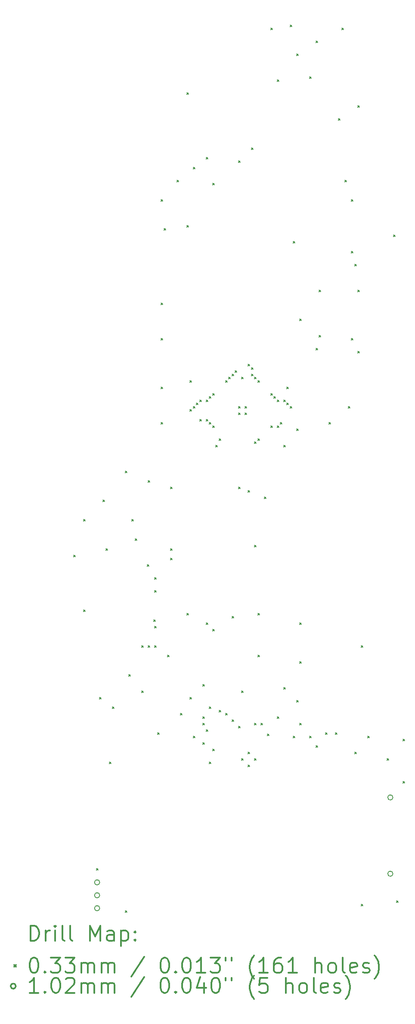
<source format=gbr>
%FSLAX45Y45*%
G04 Gerber Fmt 4.5, Leading zero omitted, Abs format (unit mm)*
G04 Created by KiCad (PCBNEW (5.1.5)-3) date 2020-02-10 18:47:00*
%MOMM*%
%LPD*%
G04 APERTURE LIST*
%ADD10C,0.200000*%
%ADD11C,0.300000*%
G04 APERTURE END LIST*
D10*
X9190990Y-12556490D02*
X9224010Y-12589510D01*
X9224010Y-12556490D02*
X9190990Y-12589510D01*
X9381490Y-11857990D02*
X9414510Y-11891010D01*
X9414510Y-11857990D02*
X9381490Y-11891010D01*
X9381490Y-13635990D02*
X9414510Y-13669010D01*
X9414510Y-13635990D02*
X9381490Y-13669010D01*
X9635490Y-18715990D02*
X9668510Y-18749010D01*
X9668510Y-18715990D02*
X9635490Y-18749010D01*
X9698990Y-15350490D02*
X9732010Y-15383510D01*
X9732010Y-15350490D02*
X9698990Y-15383510D01*
X9762490Y-11476990D02*
X9795510Y-11510010D01*
X9795510Y-11476990D02*
X9762490Y-11510010D01*
X9825990Y-12429490D02*
X9859010Y-12462510D01*
X9859010Y-12429490D02*
X9825990Y-12462510D01*
X9889490Y-16620490D02*
X9922510Y-16653510D01*
X9922510Y-16620490D02*
X9889490Y-16653510D01*
X9952990Y-15540990D02*
X9986010Y-15574010D01*
X9986010Y-15540990D02*
X9952990Y-15574010D01*
X10206990Y-10905490D02*
X10240010Y-10938510D01*
X10240010Y-10905490D02*
X10206990Y-10938510D01*
X10206990Y-19541490D02*
X10240010Y-19574510D01*
X10240010Y-19541490D02*
X10206990Y-19574510D01*
X10270490Y-14905990D02*
X10303510Y-14939010D01*
X10303510Y-14905990D02*
X10270490Y-14939010D01*
X10333990Y-11857990D02*
X10367010Y-11891010D01*
X10367010Y-11857990D02*
X10333990Y-11891010D01*
X10397490Y-12238990D02*
X10430510Y-12272010D01*
X10430510Y-12238990D02*
X10397490Y-12272010D01*
X10524490Y-14334490D02*
X10557510Y-14367510D01*
X10557510Y-14334490D02*
X10524490Y-14367510D01*
X10524490Y-15223490D02*
X10557510Y-15256510D01*
X10557510Y-15223490D02*
X10524490Y-15256510D01*
X10638790Y-12746990D02*
X10671810Y-12780010D01*
X10671810Y-12746990D02*
X10638790Y-12780010D01*
X10651490Y-11095990D02*
X10684510Y-11129010D01*
X10684510Y-11095990D02*
X10651490Y-11129010D01*
X10651490Y-14334490D02*
X10684510Y-14367510D01*
X10684510Y-14334490D02*
X10651490Y-14367510D01*
X10765790Y-13826490D02*
X10798810Y-13859510D01*
X10798810Y-13826490D02*
X10765790Y-13859510D01*
X10778490Y-13000990D02*
X10811510Y-13034010D01*
X10811510Y-13000990D02*
X10778490Y-13034010D01*
X10778490Y-13254990D02*
X10811510Y-13288010D01*
X10811510Y-13254990D02*
X10778490Y-13288010D01*
X10778490Y-13953490D02*
X10811510Y-13986510D01*
X10811510Y-13953490D02*
X10778490Y-13986510D01*
X10778490Y-14334490D02*
X10811510Y-14367510D01*
X10811510Y-14334490D02*
X10778490Y-14367510D01*
X10841990Y-16048990D02*
X10875010Y-16082010D01*
X10875010Y-16048990D02*
X10841990Y-16082010D01*
X10905490Y-5571490D02*
X10938510Y-5604510D01*
X10938510Y-5571490D02*
X10905490Y-5604510D01*
X10905490Y-7603490D02*
X10938510Y-7636510D01*
X10938510Y-7603490D02*
X10905490Y-7636510D01*
X10905490Y-8301990D02*
X10938510Y-8335010D01*
X10938510Y-8301990D02*
X10905490Y-8335010D01*
X10905490Y-9254490D02*
X10938510Y-9287510D01*
X10938510Y-9254490D02*
X10905490Y-9287510D01*
X10905490Y-9952990D02*
X10938510Y-9986010D01*
X10938510Y-9952990D02*
X10905490Y-9986010D01*
X10968990Y-6142990D02*
X11002010Y-6176010D01*
X11002010Y-6142990D02*
X10968990Y-6176010D01*
X11032490Y-14524990D02*
X11065510Y-14558010D01*
X11065510Y-14524990D02*
X11032490Y-14558010D01*
X11095990Y-11222990D02*
X11129010Y-11256010D01*
X11129010Y-11222990D02*
X11095990Y-11256010D01*
X11095990Y-12429490D02*
X11129010Y-12462510D01*
X11129010Y-12429490D02*
X11095990Y-12462510D01*
X11095990Y-12619990D02*
X11129010Y-12653010D01*
X11129010Y-12619990D02*
X11095990Y-12653010D01*
X11222990Y-5190490D02*
X11256010Y-5223510D01*
X11256010Y-5190490D02*
X11222990Y-5223510D01*
X11286490Y-15667990D02*
X11319510Y-15701010D01*
X11319510Y-15667990D02*
X11286490Y-15701010D01*
X11413490Y-3475990D02*
X11446510Y-3509010D01*
X11446510Y-3475990D02*
X11413490Y-3509010D01*
X11413490Y-6079490D02*
X11446510Y-6112510D01*
X11446510Y-6079490D02*
X11413490Y-6112510D01*
X11413490Y-13699490D02*
X11446510Y-13732510D01*
X11446510Y-13699490D02*
X11413490Y-13732510D01*
X11476990Y-9127490D02*
X11510010Y-9160510D01*
X11510010Y-9127490D02*
X11476990Y-9160510D01*
X11476990Y-9698990D02*
X11510010Y-9732010D01*
X11510010Y-9698990D02*
X11476990Y-9732010D01*
X11476990Y-15350490D02*
X11510010Y-15383510D01*
X11510010Y-15350490D02*
X11476990Y-15383510D01*
X11540490Y-4936490D02*
X11573510Y-4969510D01*
X11573510Y-4936490D02*
X11540490Y-4969510D01*
X11540490Y-9635490D02*
X11573510Y-9668510D01*
X11573510Y-9635490D02*
X11540490Y-9668510D01*
X11540490Y-16112490D02*
X11573510Y-16145510D01*
X11573510Y-16112490D02*
X11540490Y-16145510D01*
X11603990Y-9571990D02*
X11637010Y-9605010D01*
X11637010Y-9571990D02*
X11603990Y-9605010D01*
X11667490Y-9508490D02*
X11700510Y-9541510D01*
X11700510Y-9508490D02*
X11667490Y-9541510D01*
X11667490Y-9889490D02*
X11700510Y-9922510D01*
X11700510Y-9889490D02*
X11667490Y-9922510D01*
X11730990Y-15096490D02*
X11764010Y-15129510D01*
X11764010Y-15096490D02*
X11730990Y-15129510D01*
X11730990Y-15731490D02*
X11764010Y-15764510D01*
X11764010Y-15731490D02*
X11730990Y-15764510D01*
X11730990Y-15858490D02*
X11764010Y-15891510D01*
X11764010Y-15858490D02*
X11730990Y-15891510D01*
X11730990Y-16239490D02*
X11764010Y-16272510D01*
X11764010Y-16239490D02*
X11730990Y-16272510D01*
X11794490Y-4745990D02*
X11827510Y-4779010D01*
X11827510Y-4745990D02*
X11794490Y-4779010D01*
X11794490Y-9508490D02*
X11827510Y-9541510D01*
X11827510Y-9508490D02*
X11794490Y-9541510D01*
X11794490Y-9889490D02*
X11827510Y-9922510D01*
X11827510Y-9889490D02*
X11794490Y-9922510D01*
X11794490Y-13889990D02*
X11827510Y-13923010D01*
X11827510Y-13889990D02*
X11794490Y-13923010D01*
X11794490Y-15985490D02*
X11827510Y-16018510D01*
X11827510Y-15985490D02*
X11794490Y-16018510D01*
X11857990Y-9444990D02*
X11891010Y-9478010D01*
X11891010Y-9444990D02*
X11857990Y-9478010D01*
X11857990Y-9952990D02*
X11891010Y-9986010D01*
X11891010Y-9952990D02*
X11857990Y-9986010D01*
X11857990Y-15540990D02*
X11891010Y-15574010D01*
X11891010Y-15540990D02*
X11857990Y-15574010D01*
X11857990Y-16620490D02*
X11891010Y-16653510D01*
X11891010Y-16620490D02*
X11857990Y-16653510D01*
X11921490Y-5253990D02*
X11954510Y-5287010D01*
X11954510Y-5253990D02*
X11921490Y-5287010D01*
X11921490Y-9381490D02*
X11954510Y-9414510D01*
X11954510Y-9381490D02*
X11921490Y-9414510D01*
X11921490Y-10016490D02*
X11954510Y-10049510D01*
X11954510Y-10016490D02*
X11921490Y-10049510D01*
X11921490Y-14016990D02*
X11954510Y-14050010D01*
X11954510Y-14016990D02*
X11921490Y-14050010D01*
X11921490Y-16366490D02*
X11954510Y-16399510D01*
X11954510Y-16366490D02*
X11921490Y-16399510D01*
X11984990Y-10397490D02*
X12018010Y-10430510D01*
X12018010Y-10397490D02*
X11984990Y-10430510D01*
X12048490Y-10270490D02*
X12081510Y-10303510D01*
X12081510Y-10270490D02*
X12048490Y-10303510D01*
X12048490Y-15604490D02*
X12081510Y-15637510D01*
X12081510Y-15604490D02*
X12048490Y-15637510D01*
X12175490Y-9127490D02*
X12208510Y-9160510D01*
X12208510Y-9127490D02*
X12175490Y-9160510D01*
X12175490Y-15667990D02*
X12208510Y-15701010D01*
X12208510Y-15667990D02*
X12175490Y-15701010D01*
X12238990Y-9063990D02*
X12272010Y-9097010D01*
X12272010Y-9063990D02*
X12238990Y-9097010D01*
X12302490Y-9000490D02*
X12335510Y-9033510D01*
X12335510Y-9000490D02*
X12302490Y-9033510D01*
X12302490Y-13762990D02*
X12335510Y-13796010D01*
X12335510Y-13762990D02*
X12302490Y-13796010D01*
X12302490Y-15794990D02*
X12335510Y-15828010D01*
X12335510Y-15794990D02*
X12302490Y-15828010D01*
X12365990Y-8936990D02*
X12399010Y-8970010D01*
X12399010Y-8936990D02*
X12365990Y-8970010D01*
X12429490Y-4809490D02*
X12462510Y-4842510D01*
X12462510Y-4809490D02*
X12429490Y-4842510D01*
X12429490Y-9635490D02*
X12462510Y-9668510D01*
X12462510Y-9635490D02*
X12429490Y-9668510D01*
X12429490Y-9762490D02*
X12462510Y-9795510D01*
X12462510Y-9762490D02*
X12429490Y-9795510D01*
X12429490Y-11222990D02*
X12462510Y-11256010D01*
X12462510Y-11222990D02*
X12429490Y-11256010D01*
X12429490Y-15921990D02*
X12462510Y-15955010D01*
X12462510Y-15921990D02*
X12429490Y-15955010D01*
X12492990Y-9063990D02*
X12526010Y-9097010D01*
X12526010Y-9063990D02*
X12492990Y-9097010D01*
X12492990Y-15223490D02*
X12526010Y-15256510D01*
X12526010Y-15223490D02*
X12492990Y-15256510D01*
X12492990Y-16556990D02*
X12526010Y-16590010D01*
X12526010Y-16556990D02*
X12492990Y-16590010D01*
X12556490Y-9635490D02*
X12589510Y-9668510D01*
X12589510Y-9635490D02*
X12556490Y-9668510D01*
X12556490Y-9762490D02*
X12589510Y-9795510D01*
X12589510Y-9762490D02*
X12556490Y-9795510D01*
X12619990Y-8809990D02*
X12653010Y-8843010D01*
X12653010Y-8809990D02*
X12619990Y-8843010D01*
X12619990Y-11286490D02*
X12653010Y-11319510D01*
X12653010Y-11286490D02*
X12619990Y-11319510D01*
X12619990Y-16429990D02*
X12653010Y-16463010D01*
X12653010Y-16429990D02*
X12619990Y-16463010D01*
X12619990Y-16683990D02*
X12653010Y-16717010D01*
X12653010Y-16683990D02*
X12619990Y-16717010D01*
X12683490Y-4555490D02*
X12716510Y-4588510D01*
X12716510Y-4555490D02*
X12683490Y-4588510D01*
X12683490Y-8873490D02*
X12716510Y-8906510D01*
X12716510Y-8873490D02*
X12683490Y-8906510D01*
X12683490Y-9000490D02*
X12716510Y-9033510D01*
X12716510Y-9000490D02*
X12683490Y-9033510D01*
X12746990Y-9063990D02*
X12780010Y-9097010D01*
X12780010Y-9063990D02*
X12746990Y-9097010D01*
X12746990Y-10333990D02*
X12780010Y-10367010D01*
X12780010Y-10333990D02*
X12746990Y-10367010D01*
X12746990Y-12365990D02*
X12780010Y-12399010D01*
X12780010Y-12365990D02*
X12746990Y-12399010D01*
X12746990Y-15858490D02*
X12780010Y-15891510D01*
X12780010Y-15858490D02*
X12746990Y-15891510D01*
X12746990Y-16556990D02*
X12780010Y-16590010D01*
X12780010Y-16556990D02*
X12746990Y-16590010D01*
X12810490Y-9127490D02*
X12843510Y-9160510D01*
X12843510Y-9127490D02*
X12810490Y-9160510D01*
X12810490Y-10270490D02*
X12843510Y-10303510D01*
X12843510Y-10270490D02*
X12810490Y-10303510D01*
X12810490Y-13699490D02*
X12843510Y-13732510D01*
X12843510Y-13699490D02*
X12810490Y-13732510D01*
X12810490Y-14524990D02*
X12843510Y-14558010D01*
X12843510Y-14524990D02*
X12810490Y-14558010D01*
X12873990Y-15858490D02*
X12907010Y-15891510D01*
X12907010Y-15858490D02*
X12873990Y-15891510D01*
X12937490Y-11413490D02*
X12970510Y-11446510D01*
X12970510Y-11413490D02*
X12937490Y-11446510D01*
X13000990Y-16069924D02*
X13034010Y-16102944D01*
X13034010Y-16069924D02*
X13000990Y-16102944D01*
X13064490Y-2205990D02*
X13097510Y-2239010D01*
X13097510Y-2205990D02*
X13064490Y-2239010D01*
X13064490Y-9381490D02*
X13097510Y-9414510D01*
X13097510Y-9381490D02*
X13064490Y-9414510D01*
X13064490Y-10016490D02*
X13097510Y-10049510D01*
X13097510Y-10016490D02*
X13064490Y-10049510D01*
X13127990Y-9444990D02*
X13161010Y-9478010D01*
X13161010Y-9444990D02*
X13127990Y-9478010D01*
X13191490Y-3221990D02*
X13224510Y-3255010D01*
X13224510Y-3221990D02*
X13191490Y-3255010D01*
X13191490Y-9508490D02*
X13224510Y-9541510D01*
X13224510Y-9508490D02*
X13191490Y-9541510D01*
X13191490Y-10016490D02*
X13224510Y-10049510D01*
X13224510Y-10016490D02*
X13191490Y-10049510D01*
X13191490Y-15731490D02*
X13224510Y-15764510D01*
X13224510Y-15731490D02*
X13191490Y-15764510D01*
X13254990Y-9952990D02*
X13288010Y-9986010D01*
X13288010Y-9952990D02*
X13254990Y-9986010D01*
X13318490Y-9508490D02*
X13351510Y-9541510D01*
X13351510Y-9508490D02*
X13318490Y-9541510D01*
X13318490Y-10397490D02*
X13351510Y-10430510D01*
X13351510Y-10397490D02*
X13318490Y-10430510D01*
X13318490Y-15159990D02*
X13351510Y-15193010D01*
X13351510Y-15159990D02*
X13318490Y-15193010D01*
X13381990Y-9254490D02*
X13415010Y-9287510D01*
X13415010Y-9254490D02*
X13381990Y-9287510D01*
X13381990Y-9571990D02*
X13415010Y-9605010D01*
X13415010Y-9571990D02*
X13381990Y-9605010D01*
X13445490Y-2142490D02*
X13478510Y-2175510D01*
X13478510Y-2142490D02*
X13445490Y-2175510D01*
X13445490Y-9635490D02*
X13478510Y-9668510D01*
X13478510Y-9635490D02*
X13445490Y-9668510D01*
X13508990Y-6396990D02*
X13542010Y-6430010D01*
X13542010Y-6396990D02*
X13508990Y-6430010D01*
X13508990Y-16112490D02*
X13542010Y-16145510D01*
X13542010Y-16112490D02*
X13508990Y-16145510D01*
X13572490Y-2713990D02*
X13605510Y-2747010D01*
X13605510Y-2713990D02*
X13572490Y-2747010D01*
X13572490Y-10079990D02*
X13605510Y-10113010D01*
X13605510Y-10079990D02*
X13572490Y-10113010D01*
X13572490Y-15413990D02*
X13605510Y-15447010D01*
X13605510Y-15413990D02*
X13572490Y-15447010D01*
X13635990Y-7920990D02*
X13669010Y-7954010D01*
X13669010Y-7920990D02*
X13635990Y-7954010D01*
X13635990Y-13889990D02*
X13669010Y-13923010D01*
X13669010Y-13889990D02*
X13635990Y-13923010D01*
X13635990Y-14651990D02*
X13669010Y-14685010D01*
X13669010Y-14651990D02*
X13635990Y-14685010D01*
X13635990Y-15858490D02*
X13669010Y-15891510D01*
X13669010Y-15858490D02*
X13635990Y-15891510D01*
X13826490Y-3158490D02*
X13859510Y-3191510D01*
X13859510Y-3158490D02*
X13826490Y-3191510D01*
X13826490Y-16112490D02*
X13859510Y-16145510D01*
X13859510Y-16112490D02*
X13826490Y-16145510D01*
X13953490Y-2459990D02*
X13986510Y-2493010D01*
X13986510Y-2459990D02*
X13953490Y-2493010D01*
X13953490Y-8492490D02*
X13986510Y-8525510D01*
X13986510Y-8492490D02*
X13953490Y-8525510D01*
X13953490Y-16302990D02*
X13986510Y-16336010D01*
X13986510Y-16302990D02*
X13953490Y-16336010D01*
X14016990Y-7349490D02*
X14050010Y-7382510D01*
X14050010Y-7349490D02*
X14016990Y-7382510D01*
X14016990Y-8238490D02*
X14050010Y-8271510D01*
X14050010Y-8238490D02*
X14016990Y-8271510D01*
X14143990Y-16048990D02*
X14177010Y-16082010D01*
X14177010Y-16048990D02*
X14143990Y-16082010D01*
X14207490Y-9952990D02*
X14240510Y-9986010D01*
X14240510Y-9952990D02*
X14207490Y-9986010D01*
X14334490Y-16048990D02*
X14367510Y-16082010D01*
X14367510Y-16048990D02*
X14334490Y-16082010D01*
X14397990Y-3983990D02*
X14431010Y-4017010D01*
X14431010Y-3983990D02*
X14397990Y-4017010D01*
X14461490Y-2205990D02*
X14494510Y-2239010D01*
X14494510Y-2205990D02*
X14461490Y-2239010D01*
X14524990Y-5190490D02*
X14558010Y-5223510D01*
X14558010Y-5190490D02*
X14524990Y-5223510D01*
X14588490Y-9635490D02*
X14621510Y-9668510D01*
X14621510Y-9635490D02*
X14588490Y-9668510D01*
X14651990Y-5571490D02*
X14685010Y-5604510D01*
X14685010Y-5571490D02*
X14651990Y-5604510D01*
X14651990Y-6587490D02*
X14685010Y-6620510D01*
X14685010Y-6587490D02*
X14651990Y-6620510D01*
X14651990Y-8301990D02*
X14685010Y-8335010D01*
X14685010Y-8301990D02*
X14651990Y-8335010D01*
X14715490Y-6841490D02*
X14748510Y-6874510D01*
X14748510Y-6841490D02*
X14715490Y-6874510D01*
X14715490Y-16429990D02*
X14748510Y-16463010D01*
X14748510Y-16429990D02*
X14715490Y-16463010D01*
X14778990Y-3729990D02*
X14812010Y-3763010D01*
X14812010Y-3729990D02*
X14778990Y-3763010D01*
X14778990Y-7349490D02*
X14812010Y-7382510D01*
X14812010Y-7349490D02*
X14778990Y-7382510D01*
X14778990Y-8555990D02*
X14812010Y-8589010D01*
X14812010Y-8555990D02*
X14778990Y-8589010D01*
X14842490Y-14334490D02*
X14875510Y-14367510D01*
X14875510Y-14334490D02*
X14842490Y-14367510D01*
X14842490Y-19414490D02*
X14875510Y-19447510D01*
X14875510Y-19414490D02*
X14842490Y-19447510D01*
X14969490Y-16112490D02*
X15002510Y-16145510D01*
X15002510Y-16112490D02*
X14969490Y-16145510D01*
X15350490Y-16556990D02*
X15383510Y-16590010D01*
X15383510Y-16556990D02*
X15350490Y-16590010D01*
X15477490Y-6269990D02*
X15510510Y-6303010D01*
X15510510Y-6269990D02*
X15477490Y-6303010D01*
X15540990Y-19350990D02*
X15574010Y-19384010D01*
X15574010Y-19350990D02*
X15540990Y-19384010D01*
X15667990Y-16175990D02*
X15701010Y-16209010D01*
X15701010Y-16175990D02*
X15667990Y-16209010D01*
X15667990Y-17001490D02*
X15701010Y-17034510D01*
X15701010Y-17001490D02*
X15667990Y-17034510D01*
X9702800Y-18986500D02*
G75*
G03X9702800Y-18986500I-50800J0D01*
G01*
X9702800Y-19240500D02*
G75*
G03X9702800Y-19240500I-50800J0D01*
G01*
X9702800Y-19494500D02*
G75*
G03X9702800Y-19494500I-50800J0D01*
G01*
X15468600Y-17317720D02*
G75*
G03X15468600Y-17317720I-50800J0D01*
G01*
X15468600Y-18816320D02*
G75*
G03X15468600Y-18816320I-50800J0D01*
G01*
D11*
X8339256Y-20134714D02*
X8339256Y-19834714D01*
X8410685Y-19834714D01*
X8453542Y-19849000D01*
X8482113Y-19877572D01*
X8496399Y-19906143D01*
X8510685Y-19963286D01*
X8510685Y-20006143D01*
X8496399Y-20063286D01*
X8482113Y-20091857D01*
X8453542Y-20120429D01*
X8410685Y-20134714D01*
X8339256Y-20134714D01*
X8639256Y-20134714D02*
X8639256Y-19934714D01*
X8639256Y-19991857D02*
X8653542Y-19963286D01*
X8667828Y-19949000D01*
X8696399Y-19934714D01*
X8724970Y-19934714D01*
X8824970Y-20134714D02*
X8824970Y-19934714D01*
X8824970Y-19834714D02*
X8810685Y-19849000D01*
X8824970Y-19863286D01*
X8839256Y-19849000D01*
X8824970Y-19834714D01*
X8824970Y-19863286D01*
X9010685Y-20134714D02*
X8982113Y-20120429D01*
X8967828Y-20091857D01*
X8967828Y-19834714D01*
X9167828Y-20134714D02*
X9139256Y-20120429D01*
X9124970Y-20091857D01*
X9124970Y-19834714D01*
X9510685Y-20134714D02*
X9510685Y-19834714D01*
X9610685Y-20049000D01*
X9710685Y-19834714D01*
X9710685Y-20134714D01*
X9982113Y-20134714D02*
X9982113Y-19977572D01*
X9967828Y-19949000D01*
X9939256Y-19934714D01*
X9882113Y-19934714D01*
X9853542Y-19949000D01*
X9982113Y-20120429D02*
X9953542Y-20134714D01*
X9882113Y-20134714D01*
X9853542Y-20120429D01*
X9839256Y-20091857D01*
X9839256Y-20063286D01*
X9853542Y-20034714D01*
X9882113Y-20020429D01*
X9953542Y-20020429D01*
X9982113Y-20006143D01*
X10124970Y-19934714D02*
X10124970Y-20234714D01*
X10124970Y-19949000D02*
X10153542Y-19934714D01*
X10210685Y-19934714D01*
X10239256Y-19949000D01*
X10253542Y-19963286D01*
X10267828Y-19991857D01*
X10267828Y-20077572D01*
X10253542Y-20106143D01*
X10239256Y-20120429D01*
X10210685Y-20134714D01*
X10153542Y-20134714D01*
X10124970Y-20120429D01*
X10396399Y-20106143D02*
X10410685Y-20120429D01*
X10396399Y-20134714D01*
X10382113Y-20120429D01*
X10396399Y-20106143D01*
X10396399Y-20134714D01*
X10396399Y-19949000D02*
X10410685Y-19963286D01*
X10396399Y-19977572D01*
X10382113Y-19963286D01*
X10396399Y-19949000D01*
X10396399Y-19977572D01*
X8019808Y-20612490D02*
X8052828Y-20645510D01*
X8052828Y-20612490D02*
X8019808Y-20645510D01*
X8396399Y-20464714D02*
X8424970Y-20464714D01*
X8453542Y-20479000D01*
X8467828Y-20493286D01*
X8482113Y-20521857D01*
X8496399Y-20579000D01*
X8496399Y-20650429D01*
X8482113Y-20707572D01*
X8467828Y-20736143D01*
X8453542Y-20750429D01*
X8424970Y-20764714D01*
X8396399Y-20764714D01*
X8367828Y-20750429D01*
X8353542Y-20736143D01*
X8339256Y-20707572D01*
X8324970Y-20650429D01*
X8324970Y-20579000D01*
X8339256Y-20521857D01*
X8353542Y-20493286D01*
X8367828Y-20479000D01*
X8396399Y-20464714D01*
X8624970Y-20736143D02*
X8639256Y-20750429D01*
X8624970Y-20764714D01*
X8610685Y-20750429D01*
X8624970Y-20736143D01*
X8624970Y-20764714D01*
X8739256Y-20464714D02*
X8924970Y-20464714D01*
X8824970Y-20579000D01*
X8867828Y-20579000D01*
X8896399Y-20593286D01*
X8910685Y-20607572D01*
X8924970Y-20636143D01*
X8924970Y-20707572D01*
X8910685Y-20736143D01*
X8896399Y-20750429D01*
X8867828Y-20764714D01*
X8782113Y-20764714D01*
X8753542Y-20750429D01*
X8739256Y-20736143D01*
X9024970Y-20464714D02*
X9210685Y-20464714D01*
X9110685Y-20579000D01*
X9153542Y-20579000D01*
X9182113Y-20593286D01*
X9196399Y-20607572D01*
X9210685Y-20636143D01*
X9210685Y-20707572D01*
X9196399Y-20736143D01*
X9182113Y-20750429D01*
X9153542Y-20764714D01*
X9067828Y-20764714D01*
X9039256Y-20750429D01*
X9024970Y-20736143D01*
X9339256Y-20764714D02*
X9339256Y-20564714D01*
X9339256Y-20593286D02*
X9353542Y-20579000D01*
X9382113Y-20564714D01*
X9424970Y-20564714D01*
X9453542Y-20579000D01*
X9467828Y-20607572D01*
X9467828Y-20764714D01*
X9467828Y-20607572D02*
X9482113Y-20579000D01*
X9510685Y-20564714D01*
X9553542Y-20564714D01*
X9582113Y-20579000D01*
X9596399Y-20607572D01*
X9596399Y-20764714D01*
X9739256Y-20764714D02*
X9739256Y-20564714D01*
X9739256Y-20593286D02*
X9753542Y-20579000D01*
X9782113Y-20564714D01*
X9824970Y-20564714D01*
X9853542Y-20579000D01*
X9867828Y-20607572D01*
X9867828Y-20764714D01*
X9867828Y-20607572D02*
X9882113Y-20579000D01*
X9910685Y-20564714D01*
X9953542Y-20564714D01*
X9982113Y-20579000D01*
X9996399Y-20607572D01*
X9996399Y-20764714D01*
X10582113Y-20450429D02*
X10324970Y-20836143D01*
X10967828Y-20464714D02*
X10996399Y-20464714D01*
X11024970Y-20479000D01*
X11039256Y-20493286D01*
X11053542Y-20521857D01*
X11067828Y-20579000D01*
X11067828Y-20650429D01*
X11053542Y-20707572D01*
X11039256Y-20736143D01*
X11024970Y-20750429D01*
X10996399Y-20764714D01*
X10967828Y-20764714D01*
X10939256Y-20750429D01*
X10924970Y-20736143D01*
X10910685Y-20707572D01*
X10896399Y-20650429D01*
X10896399Y-20579000D01*
X10910685Y-20521857D01*
X10924970Y-20493286D01*
X10939256Y-20479000D01*
X10967828Y-20464714D01*
X11196399Y-20736143D02*
X11210685Y-20750429D01*
X11196399Y-20764714D01*
X11182113Y-20750429D01*
X11196399Y-20736143D01*
X11196399Y-20764714D01*
X11396399Y-20464714D02*
X11424970Y-20464714D01*
X11453542Y-20479000D01*
X11467828Y-20493286D01*
X11482113Y-20521857D01*
X11496399Y-20579000D01*
X11496399Y-20650429D01*
X11482113Y-20707572D01*
X11467828Y-20736143D01*
X11453542Y-20750429D01*
X11424970Y-20764714D01*
X11396399Y-20764714D01*
X11367828Y-20750429D01*
X11353542Y-20736143D01*
X11339256Y-20707572D01*
X11324970Y-20650429D01*
X11324970Y-20579000D01*
X11339256Y-20521857D01*
X11353542Y-20493286D01*
X11367828Y-20479000D01*
X11396399Y-20464714D01*
X11782113Y-20764714D02*
X11610685Y-20764714D01*
X11696399Y-20764714D02*
X11696399Y-20464714D01*
X11667828Y-20507572D01*
X11639256Y-20536143D01*
X11610685Y-20550429D01*
X11882113Y-20464714D02*
X12067828Y-20464714D01*
X11967828Y-20579000D01*
X12010685Y-20579000D01*
X12039256Y-20593286D01*
X12053542Y-20607572D01*
X12067828Y-20636143D01*
X12067828Y-20707572D01*
X12053542Y-20736143D01*
X12039256Y-20750429D01*
X12010685Y-20764714D01*
X11924970Y-20764714D01*
X11896399Y-20750429D01*
X11882113Y-20736143D01*
X12182113Y-20464714D02*
X12182113Y-20521857D01*
X12296399Y-20464714D02*
X12296399Y-20521857D01*
X12739256Y-20879000D02*
X12724970Y-20864714D01*
X12696399Y-20821857D01*
X12682113Y-20793286D01*
X12667828Y-20750429D01*
X12653542Y-20679000D01*
X12653542Y-20621857D01*
X12667828Y-20550429D01*
X12682113Y-20507572D01*
X12696399Y-20479000D01*
X12724970Y-20436143D01*
X12739256Y-20421857D01*
X13010685Y-20764714D02*
X12839256Y-20764714D01*
X12924970Y-20764714D02*
X12924970Y-20464714D01*
X12896399Y-20507572D01*
X12867828Y-20536143D01*
X12839256Y-20550429D01*
X13267828Y-20464714D02*
X13210685Y-20464714D01*
X13182113Y-20479000D01*
X13167828Y-20493286D01*
X13139256Y-20536143D01*
X13124970Y-20593286D01*
X13124970Y-20707572D01*
X13139256Y-20736143D01*
X13153542Y-20750429D01*
X13182113Y-20764714D01*
X13239256Y-20764714D01*
X13267828Y-20750429D01*
X13282113Y-20736143D01*
X13296399Y-20707572D01*
X13296399Y-20636143D01*
X13282113Y-20607572D01*
X13267828Y-20593286D01*
X13239256Y-20579000D01*
X13182113Y-20579000D01*
X13153542Y-20593286D01*
X13139256Y-20607572D01*
X13124970Y-20636143D01*
X13582113Y-20764714D02*
X13410685Y-20764714D01*
X13496399Y-20764714D02*
X13496399Y-20464714D01*
X13467828Y-20507572D01*
X13439256Y-20536143D01*
X13410685Y-20550429D01*
X13939256Y-20764714D02*
X13939256Y-20464714D01*
X14067828Y-20764714D02*
X14067828Y-20607572D01*
X14053542Y-20579000D01*
X14024970Y-20564714D01*
X13982113Y-20564714D01*
X13953542Y-20579000D01*
X13939256Y-20593286D01*
X14253542Y-20764714D02*
X14224970Y-20750429D01*
X14210685Y-20736143D01*
X14196399Y-20707572D01*
X14196399Y-20621857D01*
X14210685Y-20593286D01*
X14224970Y-20579000D01*
X14253542Y-20564714D01*
X14296399Y-20564714D01*
X14324970Y-20579000D01*
X14339256Y-20593286D01*
X14353542Y-20621857D01*
X14353542Y-20707572D01*
X14339256Y-20736143D01*
X14324970Y-20750429D01*
X14296399Y-20764714D01*
X14253542Y-20764714D01*
X14524970Y-20764714D02*
X14496399Y-20750429D01*
X14482113Y-20721857D01*
X14482113Y-20464714D01*
X14753542Y-20750429D02*
X14724970Y-20764714D01*
X14667828Y-20764714D01*
X14639256Y-20750429D01*
X14624970Y-20721857D01*
X14624970Y-20607572D01*
X14639256Y-20579000D01*
X14667828Y-20564714D01*
X14724970Y-20564714D01*
X14753542Y-20579000D01*
X14767828Y-20607572D01*
X14767828Y-20636143D01*
X14624970Y-20664714D01*
X14882113Y-20750429D02*
X14910685Y-20764714D01*
X14967828Y-20764714D01*
X14996399Y-20750429D01*
X15010685Y-20721857D01*
X15010685Y-20707572D01*
X14996399Y-20679000D01*
X14967828Y-20664714D01*
X14924970Y-20664714D01*
X14896399Y-20650429D01*
X14882113Y-20621857D01*
X14882113Y-20607572D01*
X14896399Y-20579000D01*
X14924970Y-20564714D01*
X14967828Y-20564714D01*
X14996399Y-20579000D01*
X15110685Y-20879000D02*
X15124970Y-20864714D01*
X15153542Y-20821857D01*
X15167828Y-20793286D01*
X15182113Y-20750429D01*
X15196399Y-20679000D01*
X15196399Y-20621857D01*
X15182113Y-20550429D01*
X15167828Y-20507572D01*
X15153542Y-20479000D01*
X15124970Y-20436143D01*
X15110685Y-20421857D01*
X8052828Y-21025000D02*
G75*
G03X8052828Y-21025000I-50800J0D01*
G01*
X8496399Y-21160714D02*
X8324970Y-21160714D01*
X8410685Y-21160714D02*
X8410685Y-20860714D01*
X8382113Y-20903572D01*
X8353542Y-20932143D01*
X8324970Y-20946429D01*
X8624970Y-21132143D02*
X8639256Y-21146429D01*
X8624970Y-21160714D01*
X8610685Y-21146429D01*
X8624970Y-21132143D01*
X8624970Y-21160714D01*
X8824970Y-20860714D02*
X8853542Y-20860714D01*
X8882113Y-20875000D01*
X8896399Y-20889286D01*
X8910685Y-20917857D01*
X8924970Y-20975000D01*
X8924970Y-21046429D01*
X8910685Y-21103572D01*
X8896399Y-21132143D01*
X8882113Y-21146429D01*
X8853542Y-21160714D01*
X8824970Y-21160714D01*
X8796399Y-21146429D01*
X8782113Y-21132143D01*
X8767828Y-21103572D01*
X8753542Y-21046429D01*
X8753542Y-20975000D01*
X8767828Y-20917857D01*
X8782113Y-20889286D01*
X8796399Y-20875000D01*
X8824970Y-20860714D01*
X9039256Y-20889286D02*
X9053542Y-20875000D01*
X9082113Y-20860714D01*
X9153542Y-20860714D01*
X9182113Y-20875000D01*
X9196399Y-20889286D01*
X9210685Y-20917857D01*
X9210685Y-20946429D01*
X9196399Y-20989286D01*
X9024970Y-21160714D01*
X9210685Y-21160714D01*
X9339256Y-21160714D02*
X9339256Y-20960714D01*
X9339256Y-20989286D02*
X9353542Y-20975000D01*
X9382113Y-20960714D01*
X9424970Y-20960714D01*
X9453542Y-20975000D01*
X9467828Y-21003572D01*
X9467828Y-21160714D01*
X9467828Y-21003572D02*
X9482113Y-20975000D01*
X9510685Y-20960714D01*
X9553542Y-20960714D01*
X9582113Y-20975000D01*
X9596399Y-21003572D01*
X9596399Y-21160714D01*
X9739256Y-21160714D02*
X9739256Y-20960714D01*
X9739256Y-20989286D02*
X9753542Y-20975000D01*
X9782113Y-20960714D01*
X9824970Y-20960714D01*
X9853542Y-20975000D01*
X9867828Y-21003572D01*
X9867828Y-21160714D01*
X9867828Y-21003572D02*
X9882113Y-20975000D01*
X9910685Y-20960714D01*
X9953542Y-20960714D01*
X9982113Y-20975000D01*
X9996399Y-21003572D01*
X9996399Y-21160714D01*
X10582113Y-20846429D02*
X10324970Y-21232143D01*
X10967828Y-20860714D02*
X10996399Y-20860714D01*
X11024970Y-20875000D01*
X11039256Y-20889286D01*
X11053542Y-20917857D01*
X11067828Y-20975000D01*
X11067828Y-21046429D01*
X11053542Y-21103572D01*
X11039256Y-21132143D01*
X11024970Y-21146429D01*
X10996399Y-21160714D01*
X10967828Y-21160714D01*
X10939256Y-21146429D01*
X10924970Y-21132143D01*
X10910685Y-21103572D01*
X10896399Y-21046429D01*
X10896399Y-20975000D01*
X10910685Y-20917857D01*
X10924970Y-20889286D01*
X10939256Y-20875000D01*
X10967828Y-20860714D01*
X11196399Y-21132143D02*
X11210685Y-21146429D01*
X11196399Y-21160714D01*
X11182113Y-21146429D01*
X11196399Y-21132143D01*
X11196399Y-21160714D01*
X11396399Y-20860714D02*
X11424970Y-20860714D01*
X11453542Y-20875000D01*
X11467828Y-20889286D01*
X11482113Y-20917857D01*
X11496399Y-20975000D01*
X11496399Y-21046429D01*
X11482113Y-21103572D01*
X11467828Y-21132143D01*
X11453542Y-21146429D01*
X11424970Y-21160714D01*
X11396399Y-21160714D01*
X11367828Y-21146429D01*
X11353542Y-21132143D01*
X11339256Y-21103572D01*
X11324970Y-21046429D01*
X11324970Y-20975000D01*
X11339256Y-20917857D01*
X11353542Y-20889286D01*
X11367828Y-20875000D01*
X11396399Y-20860714D01*
X11753542Y-20960714D02*
X11753542Y-21160714D01*
X11682113Y-20846429D02*
X11610685Y-21060714D01*
X11796399Y-21060714D01*
X11967828Y-20860714D02*
X11996399Y-20860714D01*
X12024970Y-20875000D01*
X12039256Y-20889286D01*
X12053542Y-20917857D01*
X12067828Y-20975000D01*
X12067828Y-21046429D01*
X12053542Y-21103572D01*
X12039256Y-21132143D01*
X12024970Y-21146429D01*
X11996399Y-21160714D01*
X11967828Y-21160714D01*
X11939256Y-21146429D01*
X11924970Y-21132143D01*
X11910685Y-21103572D01*
X11896399Y-21046429D01*
X11896399Y-20975000D01*
X11910685Y-20917857D01*
X11924970Y-20889286D01*
X11939256Y-20875000D01*
X11967828Y-20860714D01*
X12182113Y-20860714D02*
X12182113Y-20917857D01*
X12296399Y-20860714D02*
X12296399Y-20917857D01*
X12739256Y-21275000D02*
X12724970Y-21260714D01*
X12696399Y-21217857D01*
X12682113Y-21189286D01*
X12667828Y-21146429D01*
X12653542Y-21075000D01*
X12653542Y-21017857D01*
X12667828Y-20946429D01*
X12682113Y-20903572D01*
X12696399Y-20875000D01*
X12724970Y-20832143D01*
X12739256Y-20817857D01*
X12996399Y-20860714D02*
X12853542Y-20860714D01*
X12839256Y-21003572D01*
X12853542Y-20989286D01*
X12882113Y-20975000D01*
X12953542Y-20975000D01*
X12982113Y-20989286D01*
X12996399Y-21003572D01*
X13010685Y-21032143D01*
X13010685Y-21103572D01*
X12996399Y-21132143D01*
X12982113Y-21146429D01*
X12953542Y-21160714D01*
X12882113Y-21160714D01*
X12853542Y-21146429D01*
X12839256Y-21132143D01*
X13367828Y-21160714D02*
X13367828Y-20860714D01*
X13496399Y-21160714D02*
X13496399Y-21003572D01*
X13482113Y-20975000D01*
X13453542Y-20960714D01*
X13410685Y-20960714D01*
X13382113Y-20975000D01*
X13367828Y-20989286D01*
X13682113Y-21160714D02*
X13653542Y-21146429D01*
X13639256Y-21132143D01*
X13624970Y-21103572D01*
X13624970Y-21017857D01*
X13639256Y-20989286D01*
X13653542Y-20975000D01*
X13682113Y-20960714D01*
X13724970Y-20960714D01*
X13753542Y-20975000D01*
X13767828Y-20989286D01*
X13782113Y-21017857D01*
X13782113Y-21103572D01*
X13767828Y-21132143D01*
X13753542Y-21146429D01*
X13724970Y-21160714D01*
X13682113Y-21160714D01*
X13953542Y-21160714D02*
X13924970Y-21146429D01*
X13910685Y-21117857D01*
X13910685Y-20860714D01*
X14182113Y-21146429D02*
X14153542Y-21160714D01*
X14096399Y-21160714D01*
X14067828Y-21146429D01*
X14053542Y-21117857D01*
X14053542Y-21003572D01*
X14067828Y-20975000D01*
X14096399Y-20960714D01*
X14153542Y-20960714D01*
X14182113Y-20975000D01*
X14196399Y-21003572D01*
X14196399Y-21032143D01*
X14053542Y-21060714D01*
X14310685Y-21146429D02*
X14339256Y-21160714D01*
X14396399Y-21160714D01*
X14424970Y-21146429D01*
X14439256Y-21117857D01*
X14439256Y-21103572D01*
X14424970Y-21075000D01*
X14396399Y-21060714D01*
X14353542Y-21060714D01*
X14324970Y-21046429D01*
X14310685Y-21017857D01*
X14310685Y-21003572D01*
X14324970Y-20975000D01*
X14353542Y-20960714D01*
X14396399Y-20960714D01*
X14424970Y-20975000D01*
X14539256Y-21275000D02*
X14553542Y-21260714D01*
X14582113Y-21217857D01*
X14596399Y-21189286D01*
X14610685Y-21146429D01*
X14624970Y-21075000D01*
X14624970Y-21017857D01*
X14610685Y-20946429D01*
X14596399Y-20903572D01*
X14582113Y-20875000D01*
X14553542Y-20832143D01*
X14539256Y-20817857D01*
M02*

</source>
